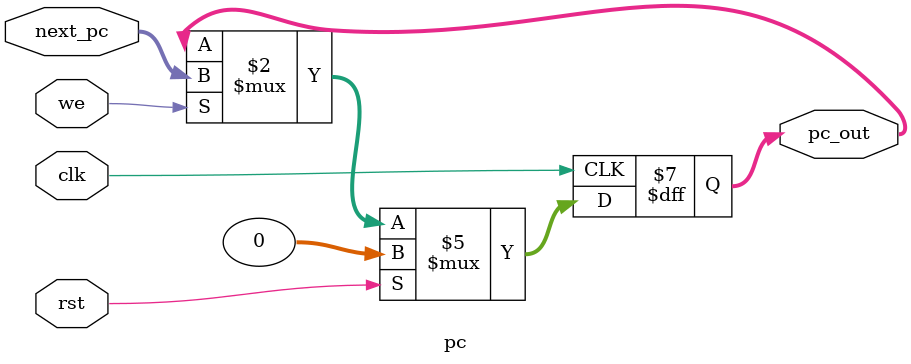
<source format=v>
module pc # (parameter BASE_PC = 32'h0) (
    input wire clk, rst, we,
    input wire [31:0] next_pc,
    output reg [31:0] pc_out
);
    always @(posedge clk) begin
        if (rst) pc_out <= BASE_PC;
        else if (we) pc_out <= next_pc;
    end
endmodule
</source>
